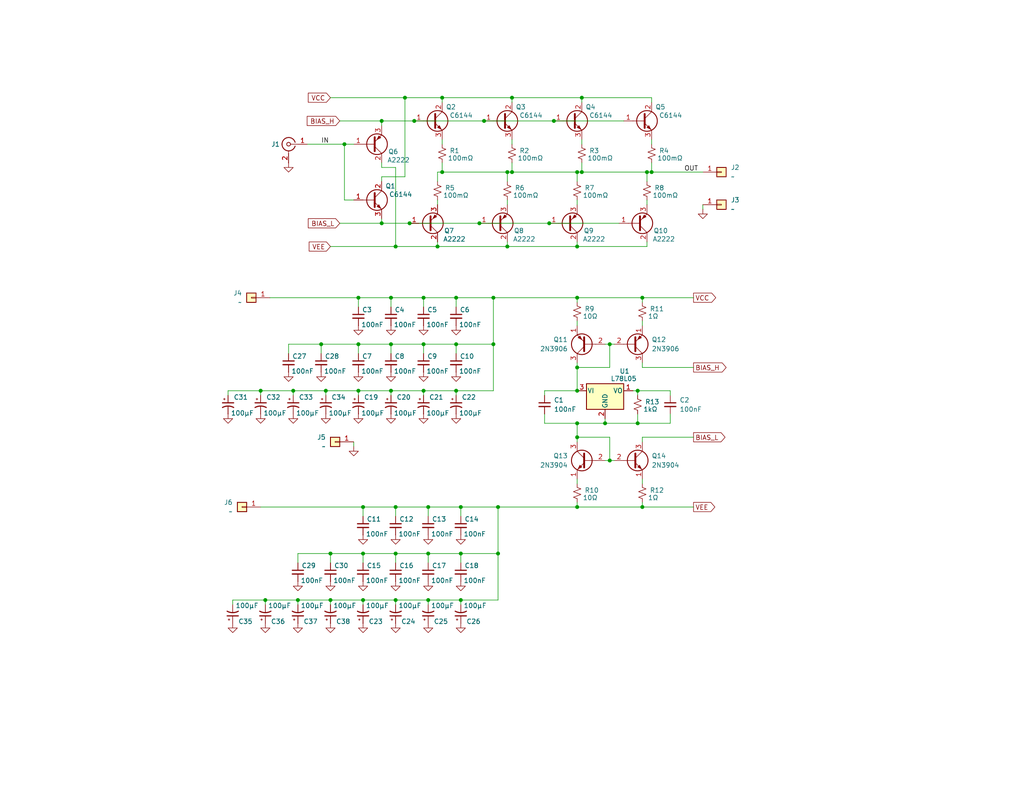
<source format=kicad_sch>
(kicad_sch (version 20250114) (generator "eeschema") (generator_version "9.0")
  (paper "A")
  (lib_symbols
    (symbol "Connector:Conn_Coaxial" (pin_names (offset 1.016) (hide yes))
      (property "Reference" "J" (at 0.254 3.048 0))
      (property "Value" "Conn_Coaxial" (at 2.921 0 90))
      (symbol "Conn_Coaxial_1_1"
        (pin passive line (at -5.08 0 0) (length 2.54) (name "In") (number "1"))
        (pin passive line (at 0 -5.08 90) (length 2.54) (name "Ext") (number "2"))
      )
    )
    (symbol "Connector_Generic:Conn_01x01" (pin_names (offset 1.016) (hide yes))
      (property "Reference" "J" (at 0 2.54 0))
      (property "Value" "Conn_01x01" (at 0 -2.54 0))
      (symbol "Conn_01x01_1_1"
        (pin passive line (at -5.08 0 0) (length 3.81) (name "Pin_1") (number "1"))
      )
    )
    (symbol "Device:C_Polarized_Small_US" (pin_numbers (hide yes)) (pin_names (offset 0.254) (hide yes))
      (property "Reference" "C" (at 0.254 1.778 0))
      (property "Value" "C_Polarized_Small_US" (at 0.254 -2.032 0))
      (symbol "C_Polarized_Small_US_1_1"
        (pin passive line (at 0 2.54 270) (length 2.032) (name "~") (number "1"))
        (pin passive line (at 0 -2.54 90) (length 2.032) (name "~") (number "2"))
      )
    )
    (symbol "Device:C_Small" (pin_numbers (hide yes)) (pin_names (offset 0.254) (hide yes))
      (property "Reference" "C" (at 0.254 1.778 0))
      (property "Value" "C_Small" (at 0.254 -2.032 0))
      (symbol "C_Small_1_1"
        (pin passive line (at 0 2.54 270) (length 2.032) (name "~") (number "1"))
        (pin passive line (at 0 -2.54 90) (length 2.032) (name "~") (number "2"))
      )
    )
    (symbol "Device:R_Small_US" (pin_numbers (hide yes)) (pin_names (offset 0.254) (hide yes))
      (property "Reference" "R" (at 0.762 0.508 0))
      (property "Value" "R_Small_US" (at 0.762 -1.016 0))
      (symbol "R_Small_US_1_1"
        (pin passive line (at 0 2.54 270) (length 1.016) (name "~") (number "1"))
        (pin passive line (at 0 -2.54 90) (length 1.016) (name "~") (number "2"))
      )
    )
    (symbol "Regulator_Linear:L78L05_TO92" (pin_names (offset 0.254))
      (property "Reference" "U" (at -3.81 3.175 0))
      (property "Value" "L78L05_TO92" (at 0 3.175 0))
      (symbol "L78L05_TO92_1_1"
        (pin power_in line (at -7.62 0 0) (length 2.54) (name "VI") (number "3"))
        (pin power_in line (at 0 -7.62 90) (length 2.54) (name "GND") (number "2"))
        (pin power_out line (at 7.62 0 180) (length 2.54) (name "VO") (number "1"))
      )
    )
    (symbol "Transistor_BJT:2N3904" (pin_names (offset 0) (hide yes))
      (property "Reference" "Q" (at 5.08 1.905 0))
      (property "Value" "2N3904" (at 5.08 0 0))
      (symbol "2N3904_1_1"
        (pin input line (at -5.08 0 0) (length 2.54) (name "B") (number "2"))
        (pin passive line (at 2.54 5.08 270) (length 2.54) (name "C") (number "3"))
        (pin passive line (at 2.54 -5.08 90) (length 2.54) (name "E") (number "1"))
      )
    )
    (symbol "Transistor_BJT:2N3906" (pin_names (offset 0) (hide yes))
      (property "Reference" "Q" (at 5.08 1.905 0))
      (property "Value" "2N3906" (at 5.08 0 0))
      (symbol "2N3906_1_1"
        (pin input line (at -5.08 0 0) (length 2.54) (name "B") (number "2"))
        (pin passive line (at 2.54 5.08 270) (length 2.54) (name "C") (number "3"))
        (pin passive line (at 2.54 -5.08 90) (length 2.54) (name "E") (number "1"))
      )
    )
    (symbol "Transistor_BJT:TIP41" (pin_names (offset 0) (hide yes))
      (property "Reference" "Q" (at 6.35 1.905 0))
      (property "Value" "TIP41" (at 6.35 0 0))
      (symbol "TIP41_1_1"
        (pin input line (at -5.08 0 0) (length 2.54) (name "B") (number "1"))
        (pin passive line (at 2.54 5.08 270) (length 2.54) (name "C") (number "2"))
        (pin passive line (at 2.54 -5.08 90) (length 2.54) (name "E") (number "3"))
      )
    )
    (symbol "Transistor_BJT:TIP42" (pin_names (offset 0) (hide yes))
      (property "Reference" "Q" (at 6.35 1.905 0))
      (property "Value" "TIP42" (at 6.35 0 0))
      (symbol "TIP42_1_1"
        (pin input line (at -5.08 0 0) (length 2.54) (name "B") (number "1"))
        (pin passive line (at 2.54 5.08 270) (length 2.54) (name "C") (number "2"))
        (pin passive line (at 2.54 -5.08 90) (length 2.54) (name "E") (number "3"))
      )
    )
    (symbol "power:GND" (power) (pin_numbers (hide yes)) (pin_names (offset 0) (hide yes))
      (property "Value" "GND" (at 0 -3.81 0))
      (symbol "GND_1_1"
        (pin power_in line (at 0 0 270) (length 0) (name "~") (number "1"))
      )
    )
  )
  (junction (at 175.26 138.43))
  (junction (at 107.95 151.13))
  (junction (at 157.48 46.99))
  (junction (at 139.7 46.99))
  (junction (at 151.13 33.02))
  (junction (at 125.73 163.83))
  (junction (at 134.62 93.98))
  (junction (at 99.06 163.83))
  (junction (at 132.08 33.02))
  (junction (at 116.84 151.13))
  (junction (at 99.06 151.13))
  (junction (at 116.84 163.83))
  (junction (at 165.1 115.57))
  (junction (at 81.28 163.83))
  (junction (at 157.48 106.68))
  (junction (at 157.48 81.28))
  (junction (at 99.06 138.43))
  (junction (at 166.37 93.98))
  (junction (at 138.43 46.99))
  (junction (at 176.53 46.99))
  (junction (at 97.79 106.68))
  (junction (at 157.48 115.57))
  (junction (at 110.49 26.67))
  (junction (at 135.89 151.13))
  (junction (at 97.79 93.98))
  (junction (at 107.95 163.83))
  (junction (at 107.95 138.43))
  (junction (at 158.75 46.99))
  (junction (at 106.68 106.68))
  (junction (at 157.48 100.33))
  (junction (at 157.48 119.38))
  (junction (at 119.38 67.31))
  (junction (at 71.12 106.68))
  (junction (at 106.68 93.98))
  (junction (at 106.68 81.28))
  (junction (at 97.79 81.28))
  (junction (at 125.73 151.13))
  (junction (at 87.63 93.98))
  (junction (at 125.73 138.43))
  (junction (at 90.17 151.13))
  (junction (at 177.8 46.99))
  (junction (at 134.62 81.28))
  (junction (at 135.89 138.43))
  (junction (at 113.03 33.02))
  (junction (at 111.76 60.96))
  (junction (at 158.75 26.67))
  (junction (at 72.39 163.83))
  (junction (at 115.57 93.98))
  (junction (at 157.48 67.31))
  (junction (at 149.86 60.96))
  (junction (at 115.57 81.28))
  (junction (at 115.57 106.68))
  (junction (at 80.01 106.68))
  (junction (at 116.84 138.43))
  (junction (at 120.65 46.99))
  (junction (at 124.46 106.68))
  (junction (at 124.46 93.98))
  (junction (at 139.7 26.67))
  (junction (at 130.81 60.96))
  (junction (at 138.43 67.31))
  (junction (at 157.48 138.43))
  (junction (at 90.17 163.83))
  (junction (at 120.65 26.67))
  (junction (at 107.95 67.31))
  (junction (at 88.9 106.68))
  (junction (at 104.14 33.02))
  (junction (at 104.14 60.96))
  (junction (at 175.26 81.28))
  (junction (at 173.99 115.57))
  (junction (at 173.99 106.68))
  (junction (at 166.37 125.73))
  (junction (at 93.98 39.37))
  (junction (at 124.46 81.28))
  (wire (pts (xy 106.68 81.28) (xy 115.57 81.28)))
  (wire (pts (xy 166.37 119.38) (xy 166.37 125.73)))
  (wire (pts (xy 135.89 138.43) (xy 157.48 138.43)))
  (wire (pts (xy 151.13 33.02) (xy 170.18 33.02)))
  (wire (pts (xy 120.65 26.67) (xy 120.65 27.94)))
  (wire (pts (xy 177.8 46.99) (xy 176.53 46.99)))
  (wire (pts (xy 97.79 81.28) (xy 97.79 83.82)))
  (wire (pts (xy 93.98 39.37) (xy 93.98 54.61)))
  (wire (pts (xy 175.26 87.63) (xy 175.26 88.9)))
  (wire (pts (xy 166.37 125.73) (xy 167.64 125.73)))
  (wire (pts (xy 130.81 60.96) (xy 149.86 60.96)))
  (wire (pts (xy 177.8 44.45) (xy 177.8 46.99)))
  (wire (pts (xy 106.68 106.68) (xy 106.68 107.95)))
  (wire (pts (xy 107.95 45.72) (xy 107.95 67.31)))
  (wire (pts (xy 124.46 93.98) (xy 124.46 96.52)))
  (wire (pts (xy 99.06 151.13) (xy 107.95 151.13)))
  (wire (pts (xy 139.7 38.1) (xy 139.7 39.37)))
  (wire (pts (xy 120.65 46.99) (xy 119.38 46.99)))
  (wire (pts (xy 81.28 163.83) (xy 90.17 163.83)))
  (wire (pts (xy 173.99 115.57) (xy 182.88 115.57)))
  (wire (pts (xy 97.79 93.98) (xy 106.68 93.98)))
  (wire (pts (xy 157.48 115.57) (xy 165.1 115.57)))
  (wire (pts (xy 157.48 81.28) (xy 175.26 81.28)))
  (wire (pts (xy 116.84 151.13) (xy 125.73 151.13)))
  (wire (pts (xy 96.52 54.61) (xy 93.98 54.61)))
  (wire (pts (xy 119.38 67.31) (xy 138.43 67.31)))
  (wire (pts (xy 63.5 165.1) (xy 63.5 163.83)))
  (wire (pts (xy 104.14 60.96) (xy 111.76 60.96)))
  (wire (pts (xy 173.99 113.03) (xy 173.99 115.57)))
  (wire (pts (xy 125.73 151.13) (xy 135.89 151.13)))
  (wire (pts (xy 157.48 100.33) (xy 166.37 100.33)))
  (wire (pts (xy 148.59 106.68) (xy 148.59 107.95)))
  (wire (pts (xy 116.84 138.43) (xy 125.73 138.43)))
  (wire (pts (xy 87.63 93.98) (xy 87.63 96.52)))
  (wire (pts (xy 71.12 106.68) (xy 80.01 106.68)))
  (wire (pts (xy 106.68 93.98) (xy 106.68 96.52)))
  (wire (pts (xy 139.7 26.67) (xy 139.7 27.94)))
  (wire (pts (xy 166.37 125.73) (xy 165.1 125.73)))
  (wire (pts (xy 99.06 151.13) (xy 99.06 153.67)))
  (wire (pts (xy 97.79 93.98) (xy 97.79 96.52)))
  (wire (pts (xy 157.48 99.06) (xy 157.48 100.33)))
  (wire (pts (xy 80.01 106.68) (xy 80.01 107.95)))
  (wire (pts (xy 93.98 39.37) (xy 96.52 39.37)))
  (wire (pts (xy 175.26 99.06) (xy 175.26 100.33)))
  (wire (pts (xy 125.73 163.83) (xy 135.89 163.83)))
  (wire (pts (xy 104.14 48.26) (xy 110.49 48.26)))
  (wire (pts (xy 110.49 48.26) (xy 110.49 26.67)))
  (wire (pts (xy 116.84 163.83) (xy 125.73 163.83)))
  (wire (pts (xy 120.65 26.67) (xy 139.7 26.67)))
  (wire (pts (xy 104.14 33.02) (xy 104.14 34.29)))
  (wire (pts (xy 83.82 39.37) (xy 93.98 39.37)))
  (wire (pts (xy 78.74 93.98) (xy 87.63 93.98)))
  (wire (pts (xy 90.17 163.83) (xy 90.17 165.1)))
  (wire (pts (xy 182.88 107.95) (xy 182.88 106.68)))
  (wire (pts (xy 124.46 106.68) (xy 134.62 106.68)))
  (wire (pts (xy 157.48 120.65) (xy 157.48 119.38)))
  (wire (pts (xy 157.48 66.04) (xy 157.48 67.31)))
  (wire (pts (xy 125.73 151.13) (xy 125.73 153.67)))
  (wire (pts (xy 157.48 100.33) (xy 157.48 106.68)))
  (wire (pts (xy 138.43 67.31) (xy 157.48 67.31)))
  (wire (pts (xy 157.48 81.28) (xy 157.48 82.55)))
  (wire (pts (xy 157.48 46.99) (xy 157.48 49.53)))
  (wire (pts (xy 158.75 44.45) (xy 158.75 46.99)))
  (wire (pts (xy 175.26 81.28) (xy 189.23 81.28)))
  (wire (pts (xy 177.8 46.99) (xy 191.77 46.99)))
  (wire (pts (xy 177.8 38.1) (xy 177.8 39.37)))
  (wire (pts (xy 99.06 138.43) (xy 99.06 140.97)))
  (wire (pts (xy 107.95 138.43) (xy 116.84 138.43)))
  (wire (pts (xy 115.57 106.68) (xy 124.46 106.68)))
  (wire (pts (xy 125.73 138.43) (xy 135.89 138.43)))
  (wire (pts (xy 124.46 81.28) (xy 134.62 81.28)))
  (wire (pts (xy 165.1 114.3) (xy 165.1 115.57)))
  (wire (pts (xy 175.26 138.43) (xy 175.26 137.16)))
  (wire (pts (xy 148.59 113.03) (xy 148.59 115.57)))
  (wire (pts (xy 116.84 163.83) (xy 116.84 165.1)))
  (wire (pts (xy 99.06 163.83) (xy 107.95 163.83)))
  (wire (pts (xy 158.75 38.1) (xy 158.75 39.37)))
  (wire (pts (xy 107.95 163.83) (xy 116.84 163.83)))
  (wire (pts (xy 107.95 163.83) (xy 107.95 165.1)))
  (wire (pts (xy 87.63 93.98) (xy 97.79 93.98)))
  (wire (pts (xy 175.26 130.81) (xy 175.26 132.08)))
  (wire (pts (xy 119.38 66.04) (xy 119.38 67.31)))
  (wire (pts (xy 115.57 93.98) (xy 124.46 93.98)))
  (wire (pts (xy 165.1 93.98) (xy 166.37 93.98)))
  (wire (pts (xy 104.14 59.69) (xy 104.14 60.96)))
  (wire (pts (xy 158.75 26.67) (xy 158.75 27.94)))
  (wire (pts (xy 157.48 138.43) (xy 175.26 138.43)))
  (wire (pts (xy 176.53 46.99) (xy 176.53 49.53)))
  (wire (pts (xy 62.23 106.68) (xy 71.12 106.68)))
  (wire (pts (xy 111.76 60.96) (xy 130.81 60.96)))
  (wire (pts (xy 99.06 138.43) (xy 107.95 138.43)))
  (wire (pts (xy 115.57 106.68) (xy 115.57 107.95)))
  (wire (pts (xy 72.39 163.83) (xy 81.28 163.83)))
  (wire (pts (xy 166.37 100.33) (xy 166.37 93.98)))
  (wire (pts (xy 135.89 163.83) (xy 135.89 151.13)))
  (wire (pts (xy 63.5 163.83) (xy 72.39 163.83)))
  (wire (pts (xy 104.14 44.45) (xy 104.14 45.72)))
  (wire (pts (xy 116.84 138.43) (xy 116.84 140.97)))
  (wire (pts (xy 90.17 67.31) (xy 107.95 67.31)))
  (wire (pts (xy 90.17 151.13) (xy 99.06 151.13)))
  (wire (pts (xy 106.68 93.98) (xy 115.57 93.98)))
  (wire (pts (xy 106.68 106.68) (xy 115.57 106.68)))
  (wire (pts (xy 182.88 106.68) (xy 173.99 106.68)))
  (wire (pts (xy 107.95 67.31) (xy 119.38 67.31)))
  (wire (pts (xy 90.17 163.83) (xy 99.06 163.83)))
  (wire (pts (xy 119.38 46.99) (xy 119.38 49.53)))
  (wire (pts (xy 189.23 100.33) (xy 175.26 100.33)))
  (wire (pts (xy 134.62 106.68) (xy 134.62 93.98)))
  (wire (pts (xy 173.99 115.57) (xy 165.1 115.57)))
  (wire (pts (xy 176.53 46.99) (xy 158.75 46.99)))
  (wire (pts (xy 135.89 151.13) (xy 135.89 138.43)))
  (wire (pts (xy 157.48 137.16) (xy 157.48 138.43)))
  (wire (pts (xy 80.01 106.68) (xy 88.9 106.68)))
  (wire (pts (xy 96.52 120.65) (xy 96.52 121.92)))
  (wire (pts (xy 113.03 33.02) (xy 132.08 33.02)))
  (wire (pts (xy 115.57 81.28) (xy 115.57 83.82)))
  (wire (pts (xy 97.79 106.68) (xy 106.68 106.68)))
  (wire (pts (xy 176.53 67.31) (xy 176.53 66.04)))
  (wire (pts (xy 104.14 49.53) (xy 104.14 48.26)))
  (wire (pts (xy 157.48 119.38) (xy 157.48 115.57)))
  (wire (pts (xy 138.43 54.61) (xy 138.43 55.88)))
  (wire (pts (xy 139.7 26.67) (xy 158.75 26.67)))
  (wire (pts (xy 157.48 67.31) (xy 176.53 67.31)))
  (wire (pts (xy 138.43 46.99) (xy 138.43 49.53)))
  (wire (pts (xy 124.46 81.28) (xy 124.46 83.82)))
  (wire (pts (xy 99.06 165.1) (xy 99.06 163.83)))
  (wire (pts (xy 176.53 54.61) (xy 176.53 55.88)))
  (wire (pts (xy 71.12 138.43) (xy 99.06 138.43)))
  (wire (pts (xy 71.12 106.68) (xy 71.12 107.95)))
  (wire (pts (xy 62.23 107.95) (xy 62.23 106.68)))
  (wire (pts (xy 134.62 93.98) (xy 134.62 81.28)))
  (wire (pts (xy 175.26 138.43) (xy 189.23 138.43)))
  (wire (pts (xy 120.65 38.1) (xy 120.65 39.37)))
  (wire (pts (xy 115.57 93.98) (xy 115.57 96.52)))
  (wire (pts (xy 78.74 93.98) (xy 78.74 96.52)))
  (wire (pts (xy 134.62 81.28) (xy 157.48 81.28)))
  (wire (pts (xy 106.68 81.28) (xy 106.68 83.82)))
  (wire (pts (xy 88.9 106.68) (xy 88.9 107.95)))
  (wire (pts (xy 157.48 106.68) (xy 148.59 106.68)))
  (wire (pts (xy 157.48 130.81) (xy 157.48 132.08)))
  (wire (pts (xy 72.39 163.83) (xy 72.39 165.1)))
  (wire (pts (xy 139.7 44.45) (xy 139.7 46.99)))
  (wire (pts (xy 157.48 87.63) (xy 157.48 88.9)))
  (wire (pts (xy 175.26 119.38) (xy 189.23 119.38)))
  (wire (pts (xy 138.43 66.04) (xy 138.43 67.31)))
  (wire (pts (xy 104.14 33.02) (xy 113.03 33.02)))
  (wire (pts (xy 92.71 60.96) (xy 104.14 60.96)))
  (wire (pts (xy 81.28 151.13) (xy 81.28 153.67)))
  (wire (pts (xy 157.48 54.61) (xy 157.48 55.88)))
  (wire (pts (xy 173.99 106.68) (xy 173.99 107.95)))
  (wire (pts (xy 148.59 115.57) (xy 157.48 115.57)))
  (wire (pts (xy 110.49 26.67) (xy 120.65 26.67)))
  (wire (pts (xy 166.37 93.98) (xy 167.64 93.98)))
  (wire (pts (xy 92.71 33.02) (xy 104.14 33.02)))
  (wire (pts (xy 88.9 106.68) (xy 97.79 106.68)))
  (wire (pts (xy 120.65 44.45) (xy 120.65 46.99)))
  (wire (pts (xy 132.08 33.02) (xy 151.13 33.02)))
  (wire (pts (xy 182.88 115.57) (xy 182.88 113.03)))
  (wire (pts (xy 177.8 26.67) (xy 177.8 27.94)))
  (wire (pts (xy 172.72 106.68) (xy 173.99 106.68)))
  (wire (pts (xy 158.75 26.67) (xy 177.8 26.67)))
  (wire (pts (xy 107.95 151.13) (xy 116.84 151.13)))
  (wire (pts (xy 125.73 163.83) (xy 125.73 165.1)))
  (wire (pts (xy 81.28 151.13) (xy 90.17 151.13)))
  (wire (pts (xy 116.84 151.13) (xy 116.84 153.67)))
  (wire (pts (xy 73.66 81.28) (xy 97.79 81.28)))
  (wire (pts (xy 119.38 54.61) (xy 119.38 55.88)))
  (wire (pts (xy 191.77 55.88) (xy 191.77 57.15)))
  (wire (pts (xy 175.26 120.65) (xy 175.26 119.38)))
  (wire (pts (xy 125.73 138.43) (xy 125.73 140.97)))
  (wire (pts (xy 124.46 93.98) (xy 134.62 93.98)))
  (wire (pts (xy 115.57 81.28) (xy 124.46 81.28)))
  (wire (pts (xy 175.26 82.55) (xy 175.26 81.28)))
  (wire (pts (xy 158.75 46.99) (xy 157.48 46.99)))
  (wire (pts (xy 104.14 45.72) (xy 107.95 45.72)))
  (wire (pts (xy 107.95 151.13) (xy 107.95 153.67)))
  (wire (pts (xy 90.17 151.13) (xy 90.17 153.67)))
  (wire (pts (xy 107.95 138.43) (xy 107.95 140.97)))
  (wire (pts (xy 97.79 106.68) (xy 97.79 107.95)))
  (wire (pts (xy 97.79 81.28) (xy 106.68 81.28)))
  (wire (pts (xy 139.7 46.99) (xy 138.43 46.99)))
  (wire (pts (xy 157.48 119.38) (xy 166.37 119.38)))
  (wire (pts (xy 110.49 26.67) (xy 90.17 26.67)))
  (wire (pts (xy 81.28 163.83) (xy 81.28 165.1)))
  (wire (pts (xy 149.86 60.96) (xy 168.91 60.96)))
  (wire (pts (xy 157.48 46.99) (xy 139.7 46.99)))
  (wire (pts (xy 124.46 106.68) (xy 124.46 107.95)))
  (wire (pts (xy 138.43 46.99) (xy 120.65 46.99)))
  (label "IN" (at 87.63 39.37 0))
  (label "OUT" (at 186.69 46.99 0))
  (global_label "BIAS_L" (shape input) (at 92.71 60.96 180) (property "Intersheetrefs" "${INTERSHEET_REFS}" (effects (hide yes))))
  (global_label "VCC" (shape output) (at 189.23 81.28 0) (property "Intersheetrefs" "${INTERSHEET_REFS}" (effects (hide yes))))
  (global_label "BIAS_L" (shape output) (at 189.23 119.38 0) (property "Intersheetrefs" "${INTERSHEET_REFS}" (effects (hide yes))))
  (global_label "BIAS_H" (shape input) (at 92.71 33.02 180) (property "Intersheetrefs" "${INTERSHEET_REFS}" (effects (hide yes))))
  (global_label "VEE" (shape output) (at 189.23 138.43 0) (property "Intersheetrefs" "${INTERSHEET_REFS}" (effects (hide yes))))
  (global_label "VEE" (shape input) (at 90.17 67.31 180) (property "Intersheetrefs" "${INTERSHEET_REFS}" (effects (hide yes))))
  (global_label "VCC" (shape input) (at 90.17 26.67 180) (property "Intersheetrefs" "${INTERSHEET_REFS}" (effects (hide yes))))
  (global_label "BIAS_H" (shape output) (at 189.23 100.33 0) (property "Intersheetrefs" "${INTERSHEET_REFS}" (effects (hide yes))))
  (symbol (lib_id "Device:C_Small") (at 107.95 156.21 0) (unit 1)
    (property "Reference" "C16" (at 108.966 154.432 0) (effects (justify left)))
    (property "Value" "100nF" (at 108.712 158.496 0) (effects (justify left)))
    (property "Footprint" "Capacitor_THT:C_Disc_D4.3mm_W1.9mm_P5.00mm" (effects (hide yes)))
    (property "Description" "Unpolarized capacitor, small symbol" (effects (hide yes)))
  )
  (symbol (lib_id "Connector_Generic:Conn_01x01") (at 196.85 46.99 0) (unit 1)
    (property "Reference" "J2" (at 199.39 45.7199 0) (effects (justify left)))
    (property "Value" "~" (at 199.39 48.2599 0) (effects (justify left)))
    (property "Footprint" "TestPoint:TestPoint_Loop_D3.50mm_Drill1.4mm_Beaded" (effects (hide yes)))
    (property "Description" "Generic connector, single row, 01x01, script generated (kicad-library-utils/schlib/autogen/connector/)" (effects (hide yes)))
  )
  (symbol (lib_id "power:GND") (at 115.57 88.9 0) (mirror y) (unit 1)
    (property "Reference" "#PWR06" (effects (hide yes)))
    (property "Value" "GND" (effects (hide yes)))
    (property "Description" "Power symbol creates a global label with name \"GND\" , ground" (effects (hide yes)))
  )
  (symbol (lib_id "Device:C_Small") (at 78.74 99.06 0) (unit 1)
    (property "Reference" "C27" (at 79.756 97.282 0) (effects (justify left)))
    (property "Value" "100nF" (at 79.502 101.346 0) (effects (justify left)))
    (property "Footprint" "Capacitor_THT:C_Disc_D4.3mm_W1.9mm_P5.00mm" (effects (hide yes)))
    (property "Description" "Unpolarized capacitor, small symbol" (effects (hide yes)))
  )
  (symbol (lib_id "Transistor_BJT:TIP41") (at 101.6 54.61 0) (unit 1)
    (property "Reference" "Q1" (at 105.156 50.8 0) (effects (justify left)))
    (property "Value" "C6144" (at 106.172 53.086 0) (effects (justify left)))
    (property "Footprint" "AA JG Lib Footprints Library:TO-220-3_Vertical_FP" (effects (hide yes)))
    (property "Datasheet" "https://www.centralsemi.com/get_document.php?cmp=1&mergetype=pd&mergepath=pd&pdf_id=tip41.PDF" (effects (hide yes)))
    (property "Description" "6A Ic, 40V Vce, Power NPN Transistor, TO-220" (effects (hide yes)))
  )
  (symbol (lib_id "Regulator_Linear:L78L05_TO92") (at 165.1 106.68 0) (unit 1)
    (property "Reference" "U1" (at 170.434 101.346 0))
    (property "Value" "L78L05" (at 170.18 103.378 0))
    (property "Footprint" "Package_TO_SOT_THT:TO-92_Inline" (effects (hide yes)))
    (property "Datasheet" "http://www.st.com/content/ccc/resource/technical/document/datasheet/15/55/e5/aa/23/5b/43/fd/CD00000446.pdf/files/CD00000446.pdf/jcr:content/translations/en.CD00000446.pdf" (effects (hide yes)))
    (property "Description" "Positive 100mA 30V Linear Regulator, Fixed Output 5V, TO-92" (effects (hide yes)))
  )
  (symbol (lib_id "Device:C_Small") (at 81.28 156.21 0) (unit 1)
    (property "Reference" "C29" (at 82.296 154.432 0) (effects (justify left)))
    (property "Value" "100nF" (at 82.042 158.496 0) (effects (justify left)))
    (property "Footprint" "Capacitor_THT:C_Disc_D4.3mm_W1.9mm_P5.00mm" (effects (hide yes)))
    (property "Description" "Unpolarized capacitor, small symbol" (effects (hide yes)))
  )
  (symbol (lib_id "power:GND") (at 80.01 113.03 0) (mirror y) (unit 1)
    (property "Reference" "#PWR034" (effects (hide yes)))
    (property "Value" "GND" (effects (hide yes)))
    (property "Description" "Power symbol creates a global label with name \"GND\" , ground" (effects (hide yes)))
  )
  (symbol (lib_id "Device:C_Polarized_Small_US") (at 125.73 167.64 0) (mirror x) (unit 1)
    (property "Reference" "C26" (at 127.254 169.672 0) (effects (justify left)))
    (property "Value" "100µF" (at 126.492 165.354 0) (effects (justify left)))
    (property "Footprint" "Capacitor_THT:CP_Radial_D6.3mm_P2.50mm" (effects (hide yes)))
    (property "Description" "Polarized capacitor, small US symbol" (effects (hide yes)))
  )
  (symbol (lib_id "Device:R_Small_US") (at 120.65 41.91 0) (unit 1)
    (property "Reference" "R1" (at 122.682 41.148 0) (effects (justify left)))
    (property "Value" "100mΩ" (at 122.174 43.18 0) (effects (justify left)))
    (property "Footprint" "Resistor_THT:R_Axial_DIN0411_L9.9mm_D3.6mm_P12.70mm_Horizontal" (effects (hide yes)))
    (property "Description" "Resistor, small US symbol" (effects (hide yes)))
  )
  (symbol (lib_id "Transistor_BJT:2N3904") (at 172.72 125.73 0) (unit 1)
    (property "Reference" "Q14" (at 177.8 124.4599 0) (effects (justify left)))
    (property "Value" "2N3904" (at 177.8 126.9999 0) (effects (justify left)))
    (property "Footprint" "Package_TO_SOT_THT:TO-92_Inline" (effects (hide yes)))
    (property "Datasheet" "https://www.onsemi.com/pub/Collateral/2N3903-D.PDF" (effects (hide yes)))
    (property "Description" "0.2A Ic, 40V Vce, Small Signal NPN Transistor, TO-92" (effects (hide yes)))
  )
  (symbol (lib_id "Device:R_Small_US") (at 157.48 134.62 0) (unit 1)
    (property "Reference" "R10" (at 159.512 133.858 0) (effects (justify left)))
    (property "Value" "10Ω" (at 159.004 135.89 0) (effects (justify left)))
    (property "Footprint" "Resistor_THT:R_Axial_DIN0207_L6.3mm_D2.5mm_P7.62mm_Horizontal" (effects (hide yes)))
    (property "Description" "Resistor, small US symbol" (effects (hide yes)))
  )
  (symbol (lib_id "power:GND") (at 124.46 113.03 0) (mirror y) (unit 1)
    (property "Reference" "#PWR023" (effects (hide yes)))
    (property "Value" "GND" (effects (hide yes)))
    (property "Description" "Power symbol creates a global label with name \"GND\" , ground" (effects (hide yes)))
  )
  (symbol (lib_id "Device:R_Small_US") (at 157.48 52.07 0) (unit 1)
    (property "Reference" "R7" (at 159.512 51.308 0) (effects (justify left)))
    (property "Value" "100mΩ" (at 159.004 53.34 0) (effects (justify left)))
    (property "Footprint" "Resistor_THT:R_Axial_DIN0411_L9.9mm_D3.6mm_P12.70mm_Horizontal" (effects (hide yes)))
    (property "Description" "Resistor, small US symbol" (effects (hide yes)))
  )
  (symbol (lib_id "Device:C_Polarized_Small_US") (at 90.17 167.64 0) (mirror x) (unit 1)
    (property "Reference" "C38" (at 91.694 169.672 0) (effects (justify left)))
    (property "Value" "100µF" (at 90.932 165.354 0) (effects (justify left)))
    (property "Footprint" "Capacitor_THT:CP_Radial_D6.3mm_P2.50mm" (effects (hide yes)))
    (property "Description" "Polarized capacitor, small US symbol" (effects (hide yes)))
  )
  (symbol (lib_id "Device:C_Small") (at 115.57 86.36 0) (unit 1)
    (property "Reference" "C5" (at 116.586 84.582 0) (effects (justify left)))
    (property "Value" "100nF" (at 116.332 88.646 0) (effects (justify left)))
    (property "Footprint" "Capacitor_THT:C_Disc_D4.3mm_W1.9mm_P5.00mm" (effects (hide yes)))
    (property "Description" "Unpolarized capacitor, small symbol" (effects (hide yes)))
  )
  (symbol (lib_id "power:GND") (at 116.84 158.75 0) (mirror y) (unit 1)
    (property "Reference" "#PWR018" (effects (hide yes)))
    (property "Value" "GND" (effects (hide yes)))
    (property "Description" "Power symbol creates a global label with name \"GND\" , ground" (effects (hide yes)))
  )
  (symbol (lib_id "Device:C_Polarized_Small_US") (at 99.06 167.64 0) (mirror x) (unit 1)
    (property "Reference" "C23" (at 100.584 169.672 0) (effects (justify left)))
    (property "Value" "100µF" (at 99.822 165.354 0) (effects (justify left)))
    (property "Footprint" "Capacitor_THT:CP_Radial_D6.3mm_P2.50mm" (effects (hide yes)))
    (property "Description" "Polarized capacitor, small US symbol" (effects (hide yes)))
  )
  (symbol (lib_id "Device:R_Small_US") (at 175.26 85.09 0) (unit 1)
    (property "Reference" "R11" (at 177.292 84.328 0) (effects (justify left)))
    (property "Value" "1Ω" (at 176.784 86.36 0) (effects (justify left)))
    (property "Footprint" "Resistor_THT:R_Axial_DIN0207_L6.3mm_D2.5mm_P7.62mm_Horizontal" (effects (hide yes)))
    (property "Description" "Resistor, small US symbol" (effects (hide yes)))
  )
  (symbol (lib_id "Device:C_Small") (at 97.79 86.36 0) (unit 1)
    (property "Reference" "C3" (at 98.806 84.582 0) (effects (justify left)))
    (property "Value" "100nF" (at 98.552 88.646 0) (effects (justify left)))
    (property "Footprint" "Capacitor_THT:C_Disc_D4.3mm_W1.9mm_P5.00mm" (effects (hide yes)))
    (property "Description" "Unpolarized capacitor, small symbol" (effects (hide yes)))
  )
  (symbol (lib_id "Transistor_BJT:TIP41") (at 118.11 33.02 0) (unit 1)
    (property "Reference" "Q2" (at 121.666 29.21 0) (effects (justify left)))
    (property "Value" "C6144" (at 122.682 31.496 0) (effects (justify left)))
    (property "Footprint" "AA JG Lib Footprints Library:TO-220-3_Vertical_FP" (effects (hide yes)))
    (property "Datasheet" "https://www.centralsemi.com/get_document.php?cmp=1&mergetype=pd&mergepath=pd&pdf_id=tip41.PDF" (effects (hide yes)))
    (property "Description" "6A Ic, 40V Vce, Power NPN Transistor, TO-220" (effects (hide yes)))
  )
  (symbol (lib_id "Device:C_Small") (at 99.06 143.51 0) (unit 1)
    (property "Reference" "C11" (at 100.076 141.732 0) (effects (justify left)))
    (property "Value" "100nF" (at 99.822 145.796 0) (effects (justify left)))
    (property "Footprint" "Capacitor_THT:C_Disc_D4.3mm_W1.9mm_P5.00mm" (effects (hide yes)))
    (property "Description" "Unpolarized capacitor, small symbol" (effects (hide yes)))
  )
  (symbol (lib_id "Device:R_Small_US") (at 138.43 52.07 0) (unit 1)
    (property "Reference" "R6" (at 140.462 51.308 0) (effects (justify left)))
    (property "Value" "100mΩ" (at 139.954 53.34 0) (effects (justify left)))
    (property "Footprint" "Resistor_THT:R_Axial_DIN0411_L9.9mm_D3.6mm_P12.70mm_Horizontal" (effects (hide yes)))
    (property "Description" "Resistor, small US symbol" (effects (hide yes)))
  )
  (symbol (lib_id "Device:R_Small_US") (at 177.8 41.91 0) (unit 1)
    (property "Reference" "R4" (at 179.832 41.148 0) (effects (justify left)))
    (property "Value" "100mΩ" (at 179.324 43.18 0) (effects (justify left)))
    (property "Footprint" "Resistor_THT:R_Axial_DIN0411_L9.9mm_D3.6mm_P12.70mm_Horizontal" (effects (hide yes)))
    (property "Description" "Resistor, small US symbol" (effects (hide yes)))
  )
  (symbol (lib_id "power:GND") (at 191.77 57.15 0) (unit 1)
    (property "Reference" "#PWR02" (effects (hide yes)))
    (property "Value" "GND" (effects (hide yes)))
    (property "Description" "Power symbol creates a global label with name \"GND\" , ground" (effects (hide yes)))
  )
  (symbol (lib_id "power:GND") (at 78.74 101.6 0) (mirror y) (unit 1)
    (property "Reference" "#PWR028" (effects (hide yes)))
    (property "Value" "GND" (effects (hide yes)))
    (property "Description" "Power symbol creates a global label with name \"GND\" , ground" (effects (hide yes)))
  )
  (symbol (lib_id "Transistor_BJT:TIP42") (at 135.89 60.96 0) (mirror x) (unit 1)
    (property "Reference" "Q8" (at 140.208 62.992 0) (effects (justify left)))
    (property "Value" "A2222" (at 139.954 65.278 0) (effects (justify left)))
    (property "Footprint" "AA JG Lib Footprints Library:TO-220-3_Vertical_FP" (effects (hide yes)))
    (property "Datasheet" "https://www.centralsemi.com/get_document.php?cmp=1&mergetype=pd&mergepath=pd&pdf_id=TIP42.PDF" (effects (hide yes)))
    (property "Description" "-6A Ic, -40V Vce, Power PNP Transistor, TO-220" (effects (hide yes)))
  )
  (symbol (lib_id "Device:C_Polarized_Small_US") (at 124.46 110.49 0) (unit 1)
    (property "Reference" "C22" (at 125.984 108.458 0) (effects (justify left)))
    (property "Value" "100µF" (at 125.222 112.776 0) (effects (justify left)))
    (property "Footprint" "Capacitor_THT:CP_Radial_D6.3mm_P2.50mm" (effects (hide yes)))
    (property "Description" "Polarized capacitor, small US symbol" (effects (hide yes)))
  )
  (symbol (lib_id "Device:R_Small_US") (at 139.7 41.91 0) (unit 1)
    (property "Reference" "R2" (at 141.732 41.148 0) (effects (justify left)))
    (property "Value" "100mΩ" (at 141.224 43.18 0) (effects (justify left)))
    (property "Footprint" "Resistor_THT:R_Axial_DIN0411_L9.9mm_D3.6mm_P12.70mm_Horizontal" (effects (hide yes)))
    (property "Description" "Resistor, small US symbol" (effects (hide yes)))
  )
  (symbol (lib_id "Device:C_Polarized_Small_US") (at 72.39 167.64 0) (mirror x) (unit 1)
    (property "Reference" "C36" (at 73.914 169.672 0) (effects (justify left)))
    (property "Value" "100µF" (at 73.152 165.354 0) (effects (justify left)))
    (property "Footprint" "Capacitor_THT:CP_Radial_D6.3mm_P2.50mm" (effects (hide yes)))
    (property "Description" "Polarized capacitor, small US symbol" (effects (hide yes)))
  )
  (symbol (lib_id "Device:R_Small_US") (at 158.75 41.91 0) (unit 1)
    (property "Reference" "R3" (at 160.782 41.148 0) (effects (justify left)))
    (property "Value" "100mΩ" (at 160.274 43.18 0) (effects (justify left)))
    (property "Footprint" "Resistor_THT:R_Axial_DIN0411_L9.9mm_D3.6mm_P12.70mm_Horizontal" (effects (hide yes)))
    (property "Description" "Resistor, small US symbol" (effects (hide yes)))
  )
  (symbol (lib_id "power:GND") (at 99.06 146.05 0) (mirror y) (unit 1)
    (property "Reference" "#PWR012" (effects (hide yes)))
    (property "Value" "GND" (effects (hide yes)))
    (property "Description" "Power symbol creates a global label with name \"GND\" , ground" (effects (hide yes)))
  )
  (symbol (lib_id "Device:C_Polarized_Small_US") (at 80.01 110.49 0) (unit 1)
    (property "Reference" "C33" (at 81.534 108.458 0) (effects (justify left)))
    (property "Value" "100µF" (at 80.772 112.776 0) (effects (justify left)))
    (property "Footprint" "Capacitor_THT:CP_Radial_D6.3mm_P2.50mm" (effects (hide yes)))
    (property "Description" "Polarized capacitor, small US symbol" (effects (hide yes)))
  )
  (symbol (lib_id "power:GND") (at 125.73 158.75 0) (mirror y) (unit 1)
    (property "Reference" "#PWR019" (effects (hide yes)))
    (property "Value" "GND" (effects (hide yes)))
    (property "Description" "Power symbol creates a global label with name \"GND\" , ground" (effects (hide yes)))
  )
  (symbol (lib_id "Device:C_Small") (at 124.46 99.06 0) (unit 1)
    (property "Reference" "C10" (at 125.476 97.282 0) (effects (justify left)))
    (property "Value" "100nF" (at 125.222 101.346 0) (effects (justify left)))
    (property "Footprint" "Capacitor_THT:C_Disc_D4.3mm_W1.9mm_P5.00mm" (effects (hide yes)))
    (property "Description" "Unpolarized capacitor, small symbol" (effects (hide yes)))
  )
  (symbol (lib_id "Device:R_Small_US") (at 119.38 52.07 0) (unit 1)
    (property "Reference" "R5" (at 121.412 51.308 0) (effects (justify left)))
    (property "Value" "100mΩ" (at 120.904 53.34 0) (effects (justify left)))
    (property "Footprint" "Resistor_THT:R_Axial_DIN0411_L9.9mm_D3.6mm_P12.70mm_Horizontal" (effects (hide yes)))
    (property "Description" "Resistor, small US symbol" (effects (hide yes)))
  )
  (symbol (lib_id "Device:R_Small_US") (at 173.99 110.49 0) (unit 1)
    (property "Reference" "R13" (at 176.022 109.728 0) (effects (justify left)))
    (property "Value" "1kΩ" (at 175.514 111.76 0) (effects (justify left)))
    (property "Footprint" "Resistor_THT:R_Axial_DIN0207_L6.3mm_D2.5mm_P7.62mm_Horizontal" (effects (hide yes)))
    (property "Description" "Resistor, small US symbol" (effects (hide yes)))
  )
  (symbol (lib_id "Device:C_Small") (at 106.68 99.06 0) (unit 1)
    (property "Reference" "C8" (at 107.696 97.282 0) (effects (justify left)))
    (property "Value" "100nF" (at 107.442 101.346 0) (effects (justify left)))
    (property "Footprint" "Capacitor_THT:C_Disc_D4.3mm_W1.9mm_P5.00mm" (effects (hide yes)))
    (property "Description" "Unpolarized capacitor, small symbol" (effects (hide yes)))
  )
  (symbol (lib_id "power:GND") (at 81.28 170.18 0) (mirror y) (unit 1)
    (property "Reference" "#PWR038" (effects (hide yes)))
    (property "Value" "GND" (effects (hide yes)))
    (property "Description" "Power symbol creates a global label with name \"GND\" , ground" (effects (hide yes)))
  )
  (symbol (lib_id "power:GND") (at 97.79 101.6 0) (mirror y) (unit 1)
    (property "Reference" "#PWR08" (effects (hide yes)))
    (property "Value" "GND" (effects (hide yes)))
    (property "Description" "Power symbol creates a global label with name \"GND\" , ground" (effects (hide yes)))
  )
  (symbol (lib_id "Device:C_Small") (at 115.57 99.06 0) (unit 1)
    (property "Reference" "C9" (at 116.586 97.282 0) (effects (justify left)))
    (property "Value" "100nF" (at 116.332 101.346 0) (effects (justify left)))
    (property "Footprint" "Capacitor_THT:C_Disc_D4.3mm_W1.9mm_P5.00mm" (effects (hide yes)))
    (property "Description" "Unpolarized capacitor, small symbol" (effects (hide yes)))
  )
  (symbol (lib_id "Device:C_Polarized_Small_US") (at 115.57 110.49 0) (unit 1)
    (property "Reference" "C21" (at 117.094 108.458 0) (effects (justify left)))
    (property "Value" "100µF" (at 116.332 112.776 0) (effects (justify left)))
    (property "Footprint" "Capacitor_THT:CP_Radial_D6.3mm_P2.50mm" (effects (hide yes)))
    (property "Description" "Polarized capacitor, small US symbol" (effects (hide yes)))
  )
  (symbol (lib_id "Transistor_BJT:2N3904") (at 160.02 125.73 0) (mirror y) (unit 1)
    (property "Reference" "Q13" (at 154.94 124.4599 0) (effects (justify left)))
    (property "Value" "2N3904" (at 154.94 126.9999 0) (effects (justify left)))
    (property "Footprint" "Package_TO_SOT_THT:TO-92_Inline" (effects (hide yes)))
    (property "Datasheet" "https://www.onsemi.com/pub/Collateral/2N3903-D.PDF" (effects (hide yes)))
    (property "Description" "0.2A Ic, 40V Vce, Small Signal NPN Transistor, TO-92" (effects (hide yes)))
  )
  (symbol (lib_id "Transistor_BJT:2N3906") (at 172.72 93.98 0) (mirror x) (unit 1)
    (property "Reference" "Q12" (at 177.8 92.7099 0) (effects (justify left)))
    (property "Value" "2N3906" (at 177.8 95.2499 0) (effects (justify left)))
    (property "Footprint" "Package_TO_SOT_THT:TO-92_Inline" (effects (hide yes)))
    (property "Datasheet" "https://www.onsemi.com/pub/Collateral/2N3906-D.PDF" (effects (hide yes)))
    (property "Description" "-0.2A Ic, -40V Vce, Small Signal PNP Transistor, TO-92" (effects (hide yes)))
  )
  (symbol (lib_id "power:GND") (at 97.79 113.03 0) (mirror y) (unit 1)
    (property "Reference" "#PWR020" (effects (hide yes)))
    (property "Value" "GND" (effects (hide yes)))
    (property "Description" "Power symbol creates a global label with name \"GND\" , ground" (effects (hide yes)))
  )
  (symbol (lib_id "Transistor_BJT:2N3906") (at 160.02 93.98 180) (unit 1)
    (property "Reference" "Q11" (at 154.94 92.7099 0) (effects (justify left)))
    (property "Value" "2N3906" (at 154.94 95.2499 0) (effects (justify left)))
    (property "Footprint" "Package_TO_SOT_THT:TO-92_Inline" (effects (hide yes)))
    (property "Datasheet" "https://www.onsemi.com/pub/Collateral/2N3906-D.PDF" (effects (hide yes)))
    (property "Description" "-0.2A Ic, -40V Vce, Small Signal PNP Transistor, TO-92" (effects (hide yes)))
  )
  (symbol (lib_id "Device:C_Polarized_Small_US") (at 71.12 110.49 0) (unit 1)
    (property "Reference" "C32" (at 72.644 108.458 0) (effects (justify left)))
    (property "Value" "100µF" (at 71.882 112.776 0) (effects (justify left)))
    (property "Footprint" "Capacitor_THT:CP_Radial_D6.3mm_P2.50mm" (effects (hide yes)))
    (property "Description" "Polarized capacitor, small US symbol" (effects (hide yes)))
  )
  (symbol (lib_id "Device:R_Small_US") (at 175.26 134.62 0) (unit 1)
    (property "Reference" "R12" (at 177.292 133.858 0) (effects (justify left)))
    (property "Value" "1Ω" (at 176.784 135.89 0) (effects (justify left)))
    (property "Footprint" "Resistor_THT:R_Axial_DIN0207_L6.3mm_D2.5mm_P7.62mm_Horizontal" (effects (hide yes)))
    (property "Description" "Resistor, small US symbol" (effects (hide yes)))
  )
  (symbol (lib_id "Connector_Generic:Conn_01x01") (at 196.85 55.88 0) (unit 1)
    (property "Reference" "J3" (at 199.39 54.6099 0) (effects (justify left)))
    (property "Value" "~" (at 199.39 57.1499 0) (effects (justify left)))
    (property "Footprint" "TestPoint:TestPoint_Loop_D3.50mm_Drill1.4mm_Beaded" (effects (hide yes)))
    (property "Description" "Generic connector, single row, 01x01, script generated (kicad-library-utils/schlib/autogen/connector/)" (effects (hide yes)))
  )
  (symbol (lib_id "power:GND") (at 107.95 158.75 0) (mirror y) (unit 1)
    (property "Reference" "#PWR017" (effects (hide yes)))
    (property "Value" "GND" (effects (hide yes)))
    (property "Description" "Power symbol creates a global label with name \"GND\" , ground" (effects (hide yes)))
  )
  (symbol (lib_id "Device:C_Small") (at 125.73 156.21 0) (unit 1)
    (property "Reference" "C18" (at 126.746 154.432 0) (effects (justify left)))
    (property "Value" "100nF" (at 126.492 158.496 0) (effects (justify left)))
    (property "Footprint" "Capacitor_THT:C_Disc_D4.3mm_W1.9mm_P5.00mm" (effects (hide yes)))
    (property "Description" "Unpolarized capacitor, small symbol" (effects (hide yes)))
  )
  (symbol (lib_id "Device:C_Small") (at 106.68 86.36 0) (unit 1)
    (property "Reference" "C4" (at 107.696 84.582 0) (effects (justify left)))
    (property "Value" "100nF" (at 107.442 88.646 0) (effects (justify left)))
    (property "Footprint" "Capacitor_THT:C_Disc_D4.3mm_W1.9mm_P5.00mm" (effects (hide yes)))
    (property "Description" "Unpolarized capacitor, small symbol" (effects (hide yes)))
  )
  (symbol (lib_id "power:GND") (at 124.46 88.9 0) (mirror y) (unit 1)
    (property "Reference" "#PWR07" (effects (hide yes)))
    (property "Value" "GND" (effects (hide yes)))
    (property "Description" "Power symbol creates a global label with name \"GND\" , ground" (effects (hide yes)))
  )
  (symbol (lib_id "Device:C_Polarized_Small_US") (at 88.9 110.49 0) (unit 1)
    (property "Reference" "C34" (at 90.424 108.458 0) (effects (justify left)))
    (property "Value" "100µF" (at 89.662 112.776 0) (effects (justify left)))
    (property "Footprint" "Capacitor_THT:CP_Radial_D6.3mm_P2.50mm" (effects (hide yes)))
    (property "Description" "Polarized capacitor, small US symbol" (effects (hide yes)))
  )
  (symbol (lib_id "power:GND") (at 116.84 146.05 0) (mirror y) (unit 1)
    (property "Reference" "#PWR014" (effects (hide yes)))
    (property "Value" "GND" (effects (hide yes)))
    (property "Description" "Power symbol creates a global label with name \"GND\" , ground" (effects (hide yes)))
  )
  (symbol (lib_id "Device:C_Polarized_Small_US") (at 81.28 167.64 0) (mirror x) (unit 1)
    (property "Reference" "C37" (at 82.804 169.672 0) (effects (justify left)))
    (property "Value" "100µF" (at 82.042 165.354 0) (effects (justify left)))
    (property "Footprint" "Capacitor_THT:CP_Radial_D6.3mm_P2.50mm" (effects (hide yes)))
    (property "Description" "Polarized capacitor, small US symbol" (effects (hide yes)))
  )
  (symbol (lib_id "Connector_Generic:Conn_01x01") (at 66.04 138.43 0) (mirror y) (unit 1)
    (property "Reference" "J6" (at 63.5 137.1599 0) (effects (justify left)))
    (property "Value" "~" (at 63.5 139.6999 0) (effects (justify left)))
    (property "Footprint" "TestPoint:TestPoint_Loop_D3.50mm_Drill1.4mm_Beaded" (effects (hide yes)))
    (property "Description" "Generic connector, single row, 01x01, script generated (kicad-library-utils/schlib/autogen/connector/)" (effects (hide yes)))
  )
  (symbol (lib_id "power:GND") (at 106.68 88.9 0) (mirror y) (unit 1)
    (property "Reference" "#PWR05" (effects (hide yes)))
    (property "Value" "GND" (effects (hide yes)))
    (property "Description" "Power symbol creates a global label with name \"GND\" , ground" (effects (hide yes)))
  )
  (symbol (lib_id "Transistor_BJT:TIP41") (at 156.21 33.02 0) (unit 1)
    (property "Reference" "Q4" (at 159.766 29.21 0) (effects (justify left)))
    (property "Value" "C6144" (at 160.782 31.496 0) (effects (justify left)))
    (property "Footprint" "AA JG Lib Footprints Library:TO-220-3_Vertical_FP" (effects (hide yes)))
    (property "Datasheet" "https://www.centralsemi.com/get_document.php?cmp=1&mergetype=pd&mergepath=pd&pdf_id=tip41.PDF" (effects (hide yes)))
    (property "Description" "6A Ic, 40V Vce, Power NPN Transistor, TO-220" (effects (hide yes)))
  )
  (symbol (lib_id "power:GND") (at 116.84 170.18 0) (mirror y) (unit 1)
    (property "Reference" "#PWR026" (effects (hide yes)))
    (property "Value" "GND" (effects (hide yes)))
    (property "Description" "Power symbol creates a global label with name \"GND\" , ground" (effects (hide yes)))
  )
  (symbol (lib_id "Transistor_BJT:TIP42") (at 116.84 60.96 0) (mirror x) (unit 1)
    (property "Reference" "Q7" (at 121.158 62.992 0) (effects (justify left)))
    (property "Value" "A2222" (at 120.904 65.278 0) (effects (justify left)))
    (property "Footprint" "AA JG Lib Footprints Library:TO-220-3_Vertical_FP" (effects (hide yes)))
    (property "Datasheet" "https://www.centralsemi.com/get_document.php?cmp=1&mergetype=pd&mergepath=pd&pdf_id=TIP42.PDF" (effects (hide yes)))
    (property "Description" "-6A Ic, -40V Vce, Power PNP Transistor, TO-220" (effects (hide yes)))
  )
  (symbol (lib_id "Device:C_Small") (at 148.59 110.49 0) (unit 1)
    (property "Reference" "C1" (at 151.13 109.2262 0) (effects (justify left)))
    (property "Value" "100nF" (at 151.13 111.7662 0) (effects (justify left)))
    (property "Footprint" "Capacitor_THT:C_Disc_D4.3mm_W1.9mm_P5.00mm" (effects (hide yes)))
    (property "Description" "Unpolarized capacitor, small symbol" (effects (hide yes)))
  )
  (symbol (lib_id "Device:C_Polarized_Small_US") (at 116.84 167.64 0) (mirror x) (unit 1)
    (property "Reference" "C25" (at 118.364 169.672 0) (effects (justify left)))
    (property "Value" "100µF" (at 117.602 165.354 0) (effects (justify left)))
    (property "Footprint" "Capacitor_THT:CP_Radial_D6.3mm_P2.50mm" (effects (hide yes)))
    (property "Description" "Polarized capacitor, small US symbol" (effects (hide yes)))
  )
  (symbol (lib_id "Device:C_Small") (at 125.73 143.51 0) (unit 1)
    (property "Reference" "C14" (at 126.746 141.732 0) (effects (justify left)))
    (property "Value" "100nF" (at 126.492 145.796 0) (effects (justify left)))
    (property "Footprint" "Capacitor_THT:C_Disc_D4.3mm_W1.9mm_P5.00mm" (effects (hide yes)))
    (property "Description" "Unpolarized capacitor, small symbol" (effects (hide yes)))
  )
  (symbol (lib_id "power:GND") (at 81.28 158.75 0) (mirror y) (unit 1)
    (property "Reference" "#PWR030" (effects (hide yes)))
    (property "Value" "GND" (effects (hide yes)))
    (property "Description" "Power symbol creates a global label with name \"GND\" , ground" (effects (hide yes)))
  )
  (symbol (lib_id "Device:C_Small") (at 182.88 110.49 0) (unit 1)
    (property "Reference" "C2" (at 185.42 109.2262 0) (effects (justify left)))
    (property "Value" "100nF" (at 185.42 111.7662 0) (effects (justify left)))
    (property "Footprint" "Capacitor_THT:C_Disc_D4.3mm_W1.9mm_P5.00mm" (effects (hide yes)))
    (property "Description" "Unpolarized capacitor, small symbol" (effects (hide yes)))
  )
  (symbol (lib_id "power:GND") (at 90.17 158.75 0) (mirror y) (unit 1)
    (property "Reference" "#PWR031" (effects (hide yes)))
    (property "Value" "GND" (effects (hide yes)))
    (property "Description" "Power symbol creates a global label with name \"GND\" , ground" (effects (hide yes)))
  )
  (symbol (lib_id "Device:C_Small") (at 107.95 143.51 0) (unit 1)
    (property "Reference" "C12" (at 108.966 141.732 0) (effects (justify left)))
    (property "Value" "100nF" (at 108.712 145.796 0) (effects (justify left)))
    (property "Footprint" "Capacitor_THT:C_Disc_D4.3mm_W1.9mm_P5.00mm" (effects (hide yes)))
    (property "Description" "Unpolarized capacitor, small symbol" (effects (hide yes)))
  )
  (symbol (lib_id "Connector_Generic:Conn_01x01") (at 91.44 120.65 0) (mirror y) (unit 1)
    (property "Reference" "J5" (at 88.9 119.3799 0) (effects (justify left)))
    (property "Value" "~" (at 88.9 121.9199 0) (effects (justify left)))
    (property "Footprint" "TestPoint:TestPoint_Loop_D3.50mm_Drill1.4mm_Beaded" (effects (hide yes)))
    (property "Description" "Generic connector, single row, 01x01, script generated (kicad-library-utils/schlib/autogen/connector/)" (effects (hide yes)))
  )
  (symbol (lib_id "power:GND") (at 125.73 146.05 0) (mirror y) (unit 1)
    (property "Reference" "#PWR015" (effects (hide yes)))
    (property "Value" "GND" (effects (hide yes)))
    (property "Description" "Power symbol creates a global label with name \"GND\" , ground" (effects (hide yes)))
  )
  (symbol (lib_id "Device:C_Small") (at 124.46 86.36 0) (unit 1)
    (property "Reference" "C6" (at 125.476 84.582 0) (effects (justify left)))
    (property "Value" "100nF" (at 125.222 88.646 0) (effects (justify left)))
    (property "Footprint" "Capacitor_THT:C_Disc_D4.3mm_W1.9mm_P5.00mm" (effects (hide yes)))
    (property "Description" "Unpolarized capacitor, small symbol" (effects (hide yes)))
  )
  (symbol (lib_id "Transistor_BJT:TIP41") (at 137.16 33.02 0) (unit 1)
    (property "Reference" "Q3" (at 140.716 29.21 0) (effects (justify left)))
    (property "Value" "C6144" (at 141.732 31.496 0) (effects (justify left)))
    (property "Footprint" "AA JG Lib Footprints Library:TO-220-3_Vertical_FP" (effects (hide yes)))
    (property "Datasheet" "https://www.centralsemi.com/get_document.php?cmp=1&mergetype=pd&mergepath=pd&pdf_id=tip41.PDF" (effects (hide yes)))
    (property "Description" "6A Ic, 40V Vce, Power NPN Transistor, TO-220" (effects (hide yes)))
  )
  (symbol (lib_id "Device:C_Small") (at 99.06 156.21 0) (unit 1)
    (property "Reference" "C15" (at 100.076 154.432 0) (effects (justify left)))
    (property "Value" "100nF" (at 99.822 158.496 0) (effects (justify left)))
    (property "Footprint" "Capacitor_THT:C_Disc_D4.3mm_W1.9mm_P5.00mm" (effects (hide yes)))
    (property "Description" "Unpolarized capacitor, small symbol" (effects (hide yes)))
  )
  (symbol (lib_id "Device:C_Small") (at 90.17 156.21 0) (unit 1)
    (property "Reference" "C30" (at 91.186 154.432 0) (effects (justify left)))
    (property "Value" "100nF" (at 90.932 158.496 0) (effects (justify left)))
    (property "Footprint" "Capacitor_THT:C_Disc_D4.3mm_W1.9mm_P5.00mm" (effects (hide yes)))
    (property "Description" "Unpolarized capacitor, small symbol" (effects (hide yes)))
  )
  (symbol (lib_id "Device:C_Polarized_Small_US") (at 106.68 110.49 0) (unit 1)
    (property "Reference" "C20" (at 108.204 108.458 0) (effects (justify left)))
    (property "Value" "100µF" (at 107.442 112.776 0) (effects (justify left)))
    (property "Footprint" "Capacitor_THT:CP_Radial_D6.3mm_P2.50mm" (effects (hide yes)))
    (property "Description" "Polarized capacitor, small US symbol" (effects (hide yes)))
  )
  (symbol (lib_id "Device:C_Small") (at 116.84 156.21 0) (unit 1)
    (property "Reference" "C17" (at 117.856 154.432 0) (effects (justify left)))
    (property "Value" "100nF" (at 117.602 158.496 0) (effects (justify left)))
    (property "Footprint" "Capacitor_THT:C_Disc_D4.3mm_W1.9mm_P5.00mm" (effects (hide yes)))
    (property "Description" "Unpolarized capacitor, small symbol" (effects (hide yes)))
  )
  (symbol (lib_id "Device:C_Polarized_Small_US") (at 62.23 110.49 0) (unit 1)
    (property "Reference" "C31" (at 63.754 108.458 0) (effects (justify left)))
    (property "Value" "100µF" (at 62.992 112.776 0) (effects (justify left)))
    (property "Footprint" "Capacitor_THT:CP_Radial_D6.3mm_P2.50mm" (effects (hide yes)))
    (property "Description" "Polarized capacitor, small US symbol" (effects (hide yes)))
  )
  (symbol (lib_id "power:GND") (at 63.5 170.18 0) (mirror y) (unit 1)
    (property "Reference" "#PWR036" (effects (hide yes)))
    (property "Value" "GND" (effects (hide yes)))
    (property "Description" "Power symbol creates a global label with name \"GND\" , ground" (effects (hide yes)))
  )
  (symbol (lib_id "power:GND") (at 115.57 101.6 0) (mirror y) (unit 1)
    (property "Reference" "#PWR010" (effects (hide yes)))
    (property "Value" "GND" (effects (hide yes)))
    (property "Description" "Power symbol creates a global label with name \"GND\" , ground" (effects (hide yes)))
  )
  (symbol (lib_id "Device:C_Small") (at 97.79 99.06 0) (unit 1)
    (property "Reference" "C7" (at 98.806 97.282 0) (effects (justify left)))
    (property "Value" "100nF" (at 98.552 101.346 0) (effects (justify left)))
    (property "Footprint" "Capacitor_THT:C_Disc_D4.3mm_W1.9mm_P5.00mm" (effects (hide yes)))
    (property "Description" "Unpolarized capacitor, small symbol" (effects (hide yes)))
  )
  (symbol (lib_id "Device:C_Polarized_Small_US") (at 107.95 167.64 0) (mirror x) (unit 1)
    (property "Reference" "C24" (at 109.474 169.672 0) (effects (justify left)))
    (property "Value" "100µF" (at 108.712 165.354 0) (effects (justify left)))
    (property "Footprint" "Capacitor_THT:CP_Radial_D6.3mm_P2.50mm" (effects (hide yes)))
    (property "Description" "Polarized capacitor, small US symbol" (effects (hide yes)))
  )
  (symbol (lib_id "power:GND") (at 72.39 170.18 0) (mirror y) (unit 1)
    (property "Reference" "#PWR037" (effects (hide yes)))
    (property "Value" "GND" (effects (hide yes)))
    (property "Description" "Power symbol creates a global label with name \"GND\" , ground" (effects (hide yes)))
  )
  (symbol (lib_id "Transistor_BJT:TIP41") (at 175.26 33.02 0) (unit 1)
    (property "Reference" "Q5" (at 178.816 29.21 0) (effects (justify left)))
    (property "Value" "C6144" (at 179.832 31.496 0) (effects (justify left)))
    (property "Footprint" "AA JG Lib Footprints Library:TO-220-3_Vertical_FP" (effects (hide yes)))
    (property "Datasheet" "https://www.centralsemi.com/get_document.php?cmp=1&mergetype=pd&mergepath=pd&pdf_id=tip41.PDF" (effects (hide yes)))
    (property "Description" "6A Ic, 40V Vce, Power NPN Transistor, TO-220" (effects (hide yes)))
  )
  (symbol (lib_id "Device:C_Polarized_Small_US") (at 97.79 110.49 0) (unit 1)
    (property "Reference" "C19" (at 99.314 108.458 0) (effects (justify left)))
    (property "Value" "100µF" (at 98.552 112.776 0) (effects (justify left)))
    (property "Footprint" "Capacitor_THT:CP_Radial_D6.3mm_P2.50mm" (effects (hide yes)))
    (property "Description" "Polarized capacitor, small US symbol" (effects (hide yes)))
  )
  (symbol (lib_id "Transistor_BJT:TIP42") (at 101.6 39.37 0) (mirror x) (unit 1)
    (property "Reference" "Q6" (at 105.918 41.402 0) (effects (justify left)))
    (property "Value" "A2222" (at 105.664 43.688 0) (effects (justify left)))
    (property "Footprint" "AA JG Lib Footprints Library:TO-220-3_Vertical_FP" (effects (hide yes)))
    (property "Datasheet" "https://www.centralsemi.com/get_document.php?cmp=1&mergetype=pd&mergepath=pd&pdf_id=TIP42.PDF" (effects (hide yes)))
    (property "Description" "-6A Ic, -40V Vce, Power PNP Transistor, TO-220" (effects (hide yes)))
  )
  (symbol (lib_id "Connector_Generic:Conn_01x01") (at 68.58 81.28 0) (mirror y) (unit 1)
    (property "Reference" "J4" (at 66.04 80.0099 0) (effects (justify left)))
    (property "Value" "~" (at 66.04 82.5499 0) (effects (justify left)))
    (property "Footprint" "TestPoint:TestPoint_Loop_D3.50mm_Drill1.4mm_Beaded" (effects (hide yes)))
    (property "Description" "Generic connector, single row, 01x01, script generated (kicad-library-utils/schlib/autogen/connector/)" (effects (hide yes)))
  )
  (symbol (lib_id "power:GND") (at 78.74 44.45 0) (unit 1)
    (property "Reference" "#PWR01" (effects (hide yes)))
    (property "Value" "GND" (effects (hide yes)))
    (property "Description" "Power symbol creates a global label with name \"GND\" , ground" (effects (hide yes)))
  )
  (symbol (lib_id "Connector:Conn_Coaxial") (at 78.74 39.37 0) (mirror y) (unit 1)
    (property "Reference" "J1" (at 75.184 39.37 0))
    (property "Value" "Conn_Coaxial" (effects (hide yes)))
    (property "Footprint" "Connector_PinHeader_2.54mm:PinHeader_1x02_P2.54mm_Vertical" (effects (hide yes)))
    (property "Description" "coaxial connector (BNC, SMA, SMB, SMC, Cinch/RCA, LEMO, ...)" (effects (hide yes)))
  )
  (symbol (lib_id "power:GND") (at 107.95 146.05 0) (mirror y) (unit 1)
    (property "Reference" "#PWR013" (effects (hide yes)))
    (property "Value" "GND" (effects (hide yes)))
    (property "Description" "Power symbol creates a global label with name \"GND\" , ground" (effects (hide yes)))
  )
  (symbol (lib_id "power:GND") (at 71.12 113.03 0) (mirror y) (unit 1)
    (property "Reference" "#PWR033" (effects (hide yes)))
    (property "Value" "GND" (effects (hide yes)))
    (property "Description" "Power symbol creates a global label with name \"GND\" , ground" (effects (hide yes)))
  )
  (symbol (lib_id "Device:C_Polarized_Small_US") (at 63.5 167.64 0) (mirror x) (unit 1)
    (property "Reference" "C35" (at 65.024 169.672 0) (effects (justify left)))
    (property "Value" "100µF" (at 64.262 165.354 0) (effects (justify left)))
    (property "Footprint" "Capacitor_THT:CP_Radial_D6.3mm_P2.50mm" (effects (hide yes)))
    (property "Description" "Polarized capacitor, small US symbol" (effects (hide yes)))
  )
  (symbol (lib_id "power:GND") (at 106.68 113.03 0) (mirror y) (unit 1)
    (property "Reference" "#PWR021" (effects (hide yes)))
    (property "Value" "GND" (effects (hide yes)))
    (property "Description" "Power symbol creates a global label with name \"GND\" , ground" (effects (hide yes)))
  )
  (symbol (lib_id "power:GND") (at 88.9 113.03 0) (mirror y) (unit 1)
    (property "Reference" "#PWR035" (effects (hide yes)))
    (property "Value" "GND" (effects (hide yes)))
    (property "Description" "Power symbol creates a global label with name \"GND\" , ground" (effects (hide yes)))
  )
  (symbol (lib_id "power:GND") (at 99.06 158.75 0) (mirror y) (unit 1)
    (property "Reference" "#PWR016" (effects (hide yes)))
    (property "Value" "GND" (effects (hide yes)))
    (property "Description" "Power symbol creates a global label with name \"GND\" , ground" (effects (hide yes)))
  )
  (symbol (lib_id "Device:R_Small_US") (at 157.48 85.09 0) (unit 1)
    (property "Reference" "R9" (at 159.512 84.328 0) (effects (justify left)))
    (property "Value" "10Ω" (at 159.004 86.36 0) (effects (justify left)))
    (property "Footprint" "Resistor_THT:R_Axial_DIN0207_L6.3mm_D2.5mm_P7.62mm_Horizontal" (effects (hide yes)))
    (property "Description" "Resistor, small US symbol" (effects (hide yes)))
  )
  (symbol (lib_id "power:GND") (at 115.57 113.03 0) (mirror y) (unit 1)
    (property "Reference" "#PWR022" (effects (hide yes)))
    (property "Value" "GND" (effects (hide yes)))
    (property "Description" "Power symbol creates a global label with name \"GND\" , ground" (effects (hide yes)))
  )
  (symbol (lib_id "power:GND") (at 125.73 170.18 0) (mirror y) (unit 1)
    (property "Reference" "#PWR027" (effects (hide yes)))
    (property "Value" "GND" (effects (hide yes)))
    (property "Description" "Power symbol creates a global label with name \"GND\" , ground" (effects (hide yes)))
  )
  (symbol (lib_id "Transistor_BJT:TIP42") (at 154.94 60.96 0) (mirror x) (unit 1)
    (property "Reference" "Q9" (at 159.258 62.992 0) (effects (justify left)))
    (property "Value" "A2222" (at 159.004 65.278 0) (effects (justify left)))
    (property "Footprint" "AA JG Lib Footprints Library:TO-220-3_Vertical_FP" (effects (hide yes)))
    (property "Datasheet" "https://www.centralsemi.com/get_document.php?cmp=1&mergetype=pd&mergepath=pd&pdf_id=TIP42.PDF" (effects (hide yes)))
    (property "Description" "-6A Ic, -40V Vce, Power PNP Transistor, TO-220" (effects (hide yes)))
  )
  (symbol (lib_id "power:GND") (at 124.46 101.6 0) (mirror y) (unit 1)
    (property "Reference" "#PWR011" (effects (hide yes)))
    (property "Value" "GND" (effects (hide yes)))
    (property "Description" "Power symbol creates a global label with name \"GND\" , ground" (effects (hide yes)))
  )
  (symbol (lib_id "Device:R_Small_US") (at 176.53 52.07 0) (unit 1)
    (property "Reference" "R8" (at 178.562 51.308 0) (effects (justify left)))
    (property "Value" "100mΩ" (at 178.054 53.34 0) (effects (justify left)))
    (property "Footprint" "Resistor_THT:R_Axial_DIN0411_L9.9mm_D3.6mm_P12.70mm_Horizontal" (effects (hide yes)))
    (property "Description" "Resistor, small US symbol" (effects (hide yes)))
  )
  (symbol (lib_id "power:GND") (at 107.95 170.18 0) (mirror y) (unit 1)
    (property "Reference" "#PWR025" (effects (hide yes)))
    (property "Value" "GND" (effects (hide yes)))
    (property "Description" "Power symbol creates a global label with name \"GND\" , ground" (effects (hide yes)))
  )
  (symbol (lib_id "Device:C_Small") (at 116.84 143.51 0) (unit 1)
    (property "Reference" "C13" (at 117.856 141.732 0) (effects (justify left)))
    (property "Value" "100nF" (at 117.602 145.796 0) (effects (justify left)))
    (property "Footprint" "Capacitor_THT:C_Disc_D4.3mm_W1.9mm_P5.00mm" (effects (hide yes)))
    (property "Description" "Unpolarized capacitor, small symbol" (effects (hide yes)))
  )
  (symbol (lib_id "power:GND") (at 90.17 170.18 0) (mirror y) (unit 1)
    (property "Reference" "#PWR039" (effects (hide yes)))
    (property "Value" "GND" (effects (hide yes)))
    (property "Description" "Power symbol creates a global label with name \"GND\" , ground" (effects (hide yes)))
  )
  (symbol (lib_id "Device:C_Small") (at 87.63 99.06 0) (unit 1)
    (property "Reference" "C28" (at 88.646 97.282 0) (effects (justify left)))
    (property "Value" "100nF" (at 88.392 101.346 0) (effects (justify left)))
    (property "Footprint" "Capacitor_THT:C_Disc_D4.3mm_W1.9mm_P5.00mm" (effects (hide yes)))
    (property "Description" "Unpolarized capacitor, small symbol" (effects (hide yes)))
  )
  (symbol (lib_id "power:GND") (at 106.68 101.6 0) (mirror y) (unit 1)
    (property "Reference" "#PWR09" (effects (hide yes)))
    (property "Value" "GND" (effects (hide yes)))
    (property "Description" "Power symbol creates a global label with name \"GND\" , ground" (effects (hide yes)))
  )
  (symbol (lib_id "power:GND") (at 96.52 121.92 0) (mirror y) (unit 1)
    (property "Reference" "#PWR03" (effects (hide yes)))
    (property "Value" "GND" (effects (hide yes)))
    (property "Description" "Power symbol creates a global label with name \"GND\" , ground" (effects (hide yes)))
  )
  (symbol (lib_id "power:GND") (at 87.63 101.6 0) (mirror y) (unit 1)
    (property "Reference" "#PWR029" (effects (hide yes)))
    (property "Value" "GND" (effects (hide yes)))
    (property "Description" "Power symbol creates a global label with name \"GND\" , ground" (effects (hide yes)))
  )
  (symbol (lib_id "power:GND") (at 62.23 113.03 0) (mirror y) (unit 1)
    (property "Reference" "#PWR032" (effects (hide yes)))
    (property "Value" "GND" (effects (hide yes)))
    (property "Description" "Power symbol creates a global label with name \"GND\" , ground" (effects (hide yes)))
  )
  (symbol (lib_id "power:GND") (at 99.06 170.18 0) (mirror y) (unit 1)
    (property "Reference" "#PWR024" (effects (hide yes)))
    (property "Value" "GND" (effects (hide yes)))
    (property "Description" "Power symbol creates a global label with name \"GND\" , ground" (effects (hide yes)))
  )
  (symbol (lib_id "Transistor_BJT:TIP42") (at 173.99 60.96 0) (mirror x) (unit 1)
    (property "Reference" "Q10" (at 178.308 62.992 0) (effects (justify left)))
    (property "Value" "A2222" (at 178.054 65.278 0) (effects (justify left)))
    (property "Footprint" "AA JG Lib Footprints Library:TO-220-3_Vertical_FP" (effects (hide yes)))
    (property "Datasheet" "https://www.centralsemi.com/get_document.php?cmp=1&mergetype=pd&mergepath=pd&pdf_id=TIP42.PDF" (effects (hide yes)))
    (property "Description" "-6A Ic, -40V Vce, Power PNP Transistor, TO-220" (effects (hide yes)))
  )
  (symbol (lib_id "power:GND") (at 97.79 88.9 0) (mirror y) (unit 1)
    (property "Reference" "#PWR04" (effects (hide yes)))
    (property "Value" "GND" (effects (hide yes)))
    (property "Description" "Power symbol creates a global label with name \"GND\" , ground" (effects (hide yes)))
  )
)
</source>
